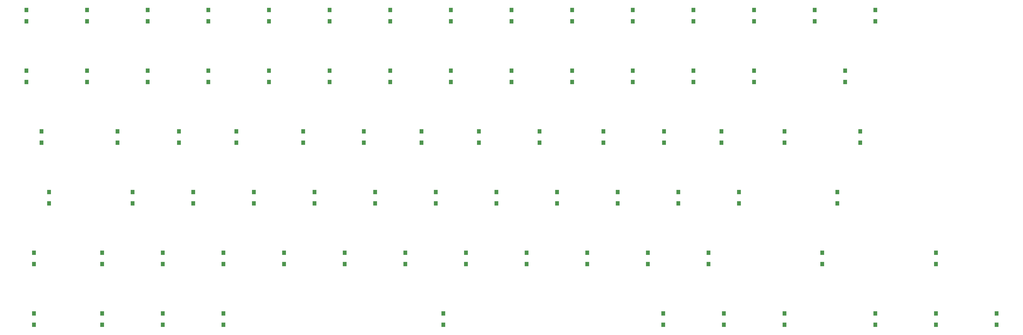
<source format=gbr>
%TF.GenerationSoftware,KiCad,Pcbnew,7.0.10*%
%TF.CreationDate,2024-01-16T21:17:59-03:00*%
%TF.ProjectId,PCB,5043422e-6b69-4636-9164-5f7063625858,rev?*%
%TF.SameCoordinates,Original*%
%TF.FileFunction,Paste,Top*%
%TF.FilePolarity,Positive*%
%FSLAX46Y46*%
G04 Gerber Fmt 4.6, Leading zero omitted, Abs format (unit mm)*
G04 Created by KiCad (PCBNEW 7.0.10) date 2024-01-16 21:17:59*
%MOMM*%
%LPD*%
G01*
G04 APERTURE LIST*
%ADD10R,1.300000X1.400000*%
G04 APERTURE END LIST*
D10*
%TO.C,D56*%
X220725000Y-72191963D03*
X220725000Y-68641963D03*
%TD*%
%TO.C,D72*%
X277875000Y-72191963D03*
X277875000Y-68641963D03*
%TD*%
%TO.C,D13*%
X87375000Y-53141963D03*
X87375000Y-49591963D03*
%TD*%
%TO.C,D29*%
X130237500Y-129341963D03*
X130237500Y-125791963D03*
%TD*%
%TO.C,D80*%
X335025000Y-129341963D03*
X335025000Y-125791963D03*
%TD*%
%TO.C,D39*%
X173355000Y-91241963D03*
X173355000Y-87691963D03*
%TD*%
%TO.C,D1*%
X49275000Y-53141963D03*
X49275000Y-49591963D03*
%TD*%
%TO.C,D43*%
X182625000Y-53141963D03*
X182625000Y-49591963D03*
%TD*%
%TO.C,D61*%
X239775000Y-53141963D03*
X239775000Y-49591963D03*
%TD*%
%TO.C,D25*%
X125475000Y-53141963D03*
X125475000Y-49591963D03*
%TD*%
%TO.C,D70*%
X263587500Y-129341963D03*
X263587500Y-125791963D03*
%TD*%
%TO.C,D51*%
X210502500Y-91241963D03*
X210502500Y-87691963D03*
%TD*%
%TO.C,D34*%
X158812500Y-110291963D03*
X158812500Y-106741963D03*
%TD*%
%TO.C,D28*%
X139762500Y-110291963D03*
X139762500Y-106741963D03*
%TD*%
%TO.C,D58*%
X235012500Y-110291963D03*
X235012500Y-106741963D03*
%TD*%
%TO.C,D8*%
X68325000Y-72191963D03*
X68325000Y-68641963D03*
%TD*%
%TO.C,D71*%
X277875000Y-53141963D03*
X277875000Y-49591963D03*
%TD*%
%TO.C,D22*%
X120712500Y-110291963D03*
X120712500Y-106741963D03*
%TD*%
%TO.C,D81*%
X354075000Y-148391963D03*
X354075000Y-144841963D03*
%TD*%
%TO.C,D33*%
X155257500Y-91241963D03*
X155257500Y-87691963D03*
%TD*%
%TO.C,D19*%
X106425000Y-53141963D03*
X106425000Y-49591963D03*
%TD*%
%TO.C,D60*%
X335025000Y-148391963D03*
X335025000Y-144841963D03*
%TD*%
%TO.C,D4*%
X56418750Y-110291963D03*
X56418750Y-106741963D03*
%TD*%
%TO.C,D32*%
X144525000Y-72191963D03*
X144525000Y-68641963D03*
%TD*%
%TO.C,D49*%
X201675000Y-53141963D03*
X201675000Y-49591963D03*
%TD*%
%TO.C,D17*%
X92137500Y-129341963D03*
X92137500Y-125791963D03*
%TD*%
%TO.C,D76*%
X315975000Y-53141963D03*
X315975000Y-49591963D03*
%TD*%
%TO.C,D9*%
X77850000Y-91241963D03*
X77850000Y-87691963D03*
%TD*%
%TO.C,D6*%
X51656250Y-148391963D03*
X51656250Y-144841963D03*
%TD*%
%TO.C,D45*%
X191452500Y-91241963D03*
X191452500Y-87691963D03*
%TD*%
%TO.C,D47*%
X187387500Y-129341963D03*
X187387500Y-125791963D03*
%TD*%
%TO.C,D18*%
X92137500Y-148391963D03*
X92137500Y-144841963D03*
%TD*%
%TO.C,D23*%
X111187500Y-129341963D03*
X111187500Y-125791963D03*
%TD*%
%TO.C,D52*%
X215962500Y-110291963D03*
X215962500Y-106741963D03*
%TD*%
%TO.C,D65*%
X244537500Y-129341963D03*
X244537500Y-125791963D03*
%TD*%
%TO.C,D37*%
X163575000Y-53141963D03*
X163575000Y-49591963D03*
%TD*%
%TO.C,D12*%
X73087500Y-148391963D03*
X73087500Y-144841963D03*
%TD*%
%TO.C,D14*%
X87375000Y-72191963D03*
X87375000Y-68641963D03*
%TD*%
%TO.C,D11*%
X73087500Y-129341963D03*
X73087500Y-125791963D03*
%TD*%
%TO.C,D68*%
X267652500Y-91241963D03*
X267652500Y-87691963D03*
%TD*%
%TO.C,D54*%
X315975000Y-148391963D03*
X315975000Y-144841963D03*
%TD*%
%TO.C,D36*%
X249300000Y-148391963D03*
X249300000Y-144841963D03*
%TD*%
%TO.C,D35*%
X149287500Y-129341963D03*
X149287500Y-125791963D03*
%TD*%
%TO.C,D16*%
X101662500Y-110291963D03*
X101662500Y-106741963D03*
%TD*%
%TO.C,D31*%
X144525000Y-53141963D03*
X144525000Y-49591963D03*
%TD*%
%TO.C,D73*%
X287400000Y-91241963D03*
X287400000Y-87691963D03*
%TD*%
%TO.C,D40*%
X177862500Y-110291963D03*
X177862500Y-106741963D03*
%TD*%
%TO.C,D66*%
X258825000Y-53141963D03*
X258825000Y-49591963D03*
%TD*%
%TO.C,D21*%
X115252500Y-91241963D03*
X115252500Y-87691963D03*
%TD*%
%TO.C,D74*%
X299306250Y-129341963D03*
X299306250Y-125791963D03*
%TD*%
%TO.C,D48*%
X287400000Y-148391963D03*
X287400000Y-144841963D03*
%TD*%
%TO.C,D38*%
X163575000Y-72191963D03*
X163575000Y-68641963D03*
%TD*%
%TO.C,D77*%
X306450000Y-72191963D03*
X306450000Y-68641963D03*
%TD*%
%TO.C,D44*%
X182625000Y-72191963D03*
X182625000Y-68641963D03*
%TD*%
%TO.C,D46*%
X196912500Y-110291963D03*
X196912500Y-106741963D03*
%TD*%
%TO.C,D42*%
X268350000Y-148391963D03*
X268350000Y-144841963D03*
%TD*%
%TO.C,D5*%
X51656250Y-129341963D03*
X51656250Y-125791963D03*
%TD*%
%TO.C,D53*%
X206437500Y-129341963D03*
X206437500Y-125791963D03*
%TD*%
%TO.C,D69*%
X273112500Y-110291963D03*
X273112500Y-106741963D03*
%TD*%
%TO.C,D7*%
X68325000Y-53141963D03*
X68325000Y-49591963D03*
%TD*%
%TO.C,D50*%
X201675000Y-72191963D03*
X201675000Y-68641963D03*
%TD*%
%TO.C,D15*%
X97155000Y-91241963D03*
X97155000Y-87691963D03*
%TD*%
%TO.C,D20*%
X106425000Y-72191963D03*
X106425000Y-68641963D03*
%TD*%
%TO.C,D79*%
X304068750Y-110291963D03*
X304068750Y-106741963D03*
%TD*%
%TO.C,D30*%
X180243750Y-148391963D03*
X180243750Y-144841963D03*
%TD*%
%TO.C,D63*%
X249555000Y-91241963D03*
X249555000Y-87691963D03*
%TD*%
%TO.C,D67*%
X258825000Y-72191963D03*
X258825000Y-68641963D03*
%TD*%
%TO.C,D2*%
X49275000Y-72191963D03*
X49275000Y-68641963D03*
%TD*%
%TO.C,D57*%
X230505000Y-91241963D03*
X230505000Y-87691963D03*
%TD*%
%TO.C,D62*%
X239775000Y-72191963D03*
X239775000Y-68641963D03*
%TD*%
%TO.C,D75*%
X296925000Y-53141963D03*
X296925000Y-49591963D03*
%TD*%
%TO.C,D78*%
X311212500Y-91241963D03*
X311212500Y-87691963D03*
%TD*%
%TO.C,D59*%
X225487500Y-129341963D03*
X225487500Y-125791963D03*
%TD*%
%TO.C,D26*%
X125475000Y-72191963D03*
X125475000Y-68641963D03*
%TD*%
%TO.C,D55*%
X220725000Y-53141963D03*
X220725000Y-49591963D03*
%TD*%
%TO.C,D64*%
X254062500Y-110291963D03*
X254062500Y-106741963D03*
%TD*%
%TO.C,D24*%
X111187500Y-148391963D03*
X111187500Y-144841963D03*
%TD*%
%TO.C,D3*%
X54037500Y-91241963D03*
X54037500Y-87691963D03*
%TD*%
%TO.C,D41*%
X168337500Y-129341963D03*
X168337500Y-125791963D03*
%TD*%
%TO.C,D27*%
X136207500Y-91241963D03*
X136207500Y-87691963D03*
%TD*%
%TO.C,D10*%
X82612500Y-110291963D03*
X82612500Y-106741963D03*
%TD*%
M02*

</source>
